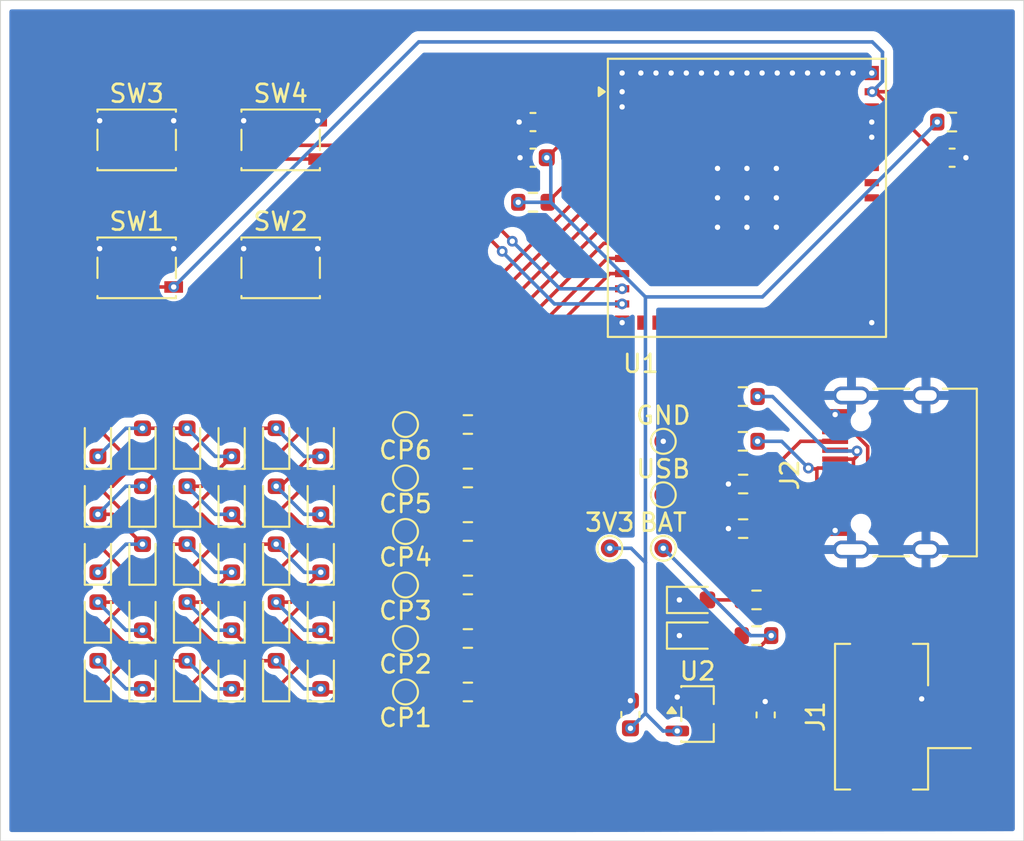
<source format=kicad_pcb>
(kicad_pcb (version 20241229) (generator "pcbnew") (generator_version "9.0")
  (layers (0 "F.Cu" signal) (2 "B.Cu" signal) (13 "F.Paste" user) (15 "B.Paste" user) (5 "F.SilkS" user "F.Silkscreen") (7 "B.SilkS" user "B.Silkscreen") (1 "F.Mask" user) (3 "B.Mask" user) (25 "Edge.Cuts" user))
  (net 0 "")
  (net 1 "Net-(J1-Pin_1)")
  (net 2 "GND")
  (net 3 "Net-(U1-3V3)")
  (net 4 "Net-(U1-EN)")
  (net 5 "/CP3")
  (net 6 "/CP1")
  (net 7 "/CP5")
  (net 8 "/CP6")
  (net 9 "/CP2")
  (net 10 "/CP4")
  (net 11 "Net-(J2-D--PadA7)")
  (net 12 "Net-(J2-D+-PadA6)")
  (net 13 "Net-(J2-VBUS-PadA4)")
  (net 14 "Net-(J2-CC2)")
  (net 15 "Net-(J2-CC1)")
  (net 16 "Net-(U1-IO0)")
  (net 17 "Net-(U1-IO4)")
  (net 18 "Net-(U1-IO5)")
  (net 19 "Net-(U1-IO6)")
  (net 20 "Net-(U1-IO7)")
  (net 21 "Net-(U1-IO9)")
  (net 22 "Net-(U1-IO8)")
  (net 23 "Net-(U1-USB_D-)")
  (net 24 "Net-(U1-USB_D+)")
  (net 25 "Net-(U1-IO10)")
  (net 26 "Net-(U1-IO11)")
  (net 31 "unconnected-(U1-IO15-Pad19)")
  (net 51 "unconnected-(U1-IO16-Pad20)")
  (net 55 "Net-(D31-A)")
  (net 56 "Net-(D32-A)")
  (footprint "Capacitor_SMD:C_0603_1608Metric" (layer "F.Cu") (at 157.9425 117.345 90)
    (property "Reference" "C1" (hide yes))
    (property "Value" "2.2 uF")
  )
  (footprint "Resistor_SMD:R_0603_1608Metric" (layer "F.Cu") (at 157.429265 110.895735 180)
    (property "Reference" "R13" (hide yes))
    (property "Value" "470")
  )
  (footprint "Resistor_SMD:R_0603_1608Metric" (layer "F.Cu") (at 144.8925 88.595 180)
    (property "Reference" "R4" (hide yes))
    (property "Value" "10k")
  )
  (footprint "Button_Switch_SMD:SW_SPST_PTS810" (layer "F.Cu") (at 122.6675 85.095)
    (property "Reference" "SW3")
    (property "Value" "SW_Push")
  )
  (footprint "TestPoint:TestPoint_Pad_D1.0mm" (layer "F.Cu") (at 152.2 102)
    (property "Reference" "GND")
    (property "Value" "TestPoint")
  )
  (footprint "Capacitor_SMD:C_0603_1608Metric" (layer "F.Cu") (at 150.359265 117.320735 90)
    (property "Reference" "C2" (hide yes))
    (property "Value" "2.2 uF")
  )
  (footprint "Button_Switch_SMD:SW_SPST_PTS810" (layer "F.Cu") (at 122.6675 92.27)
    (property "Reference" "SW1")
    (property "Value" "SW_Push")
  )
  (footprint "Resistor_SMD:R_0603_1608Metric" (layer "F.Cu") (at 141.2425 101.0575 180)
    (property "Reference" "R10" (hide yes))
    (property "Value" "470")
  )
  (footprint "LED_SMD:LED_0603_1608Metric" (layer "F.Cu") (at 125.4925 108.5575 90)
    (property "Reference" "D16" (hide yes))
    (property "Value" "LED_Small")
  )
  (footprint "LED_SMD:LED_0603_1608Metric" (layer "F.Cu") (at 125.4925 102.0575 90)
    (property "Reference" "D28" (hide yes))
    (property "Value" "LED_Small")
  )
  (footprint "LED_SMD:LED_0603_1608Metric" (layer "F.Cu") (at 130.4925 102.0575 90)
    (property "Reference" "D26" (hide yes))
    (property "Value" "LED_Small")
  )
  (footprint "LED_SMD:LED_0603_1608Metric" (layer "F.Cu") (at 120.4925 102.0575 90)
    (property "Reference" "D30" (hide yes))
    (property "Value" "LED_Small")
  )
  (footprint "LED_SMD:LED_0603_1608Metric" (layer "F.Cu") (at 132.9925 102.0575 90)
    (property "Reference" "D25" (hide yes))
    (property "Value" "LED_Small")
  )
  (footprint "LED_SMD:LED_0603_1608Metric" (layer "F.Cu") (at 127.9925 111.8075 90)
    (property "Reference" "D9" (hide yes))
    (property "Value" "LED_Small")
  )
  (footprint "LED_SMD:LED_0603_1608Metric" (layer "F.Cu") (at 127.9925 105.3075 90)
    (property "Reference" "D21" (hide yes))
    (property "Value" "LED_Small")
  )
  (footprint "TestPoint:TestPoint_Pad_D1.0mm" (layer "F.Cu") (at 137.7425 107.0575 180)
    (property "Reference" "CP4")
    (property "Value" "TestPoint")
  )
  (footprint "LED_SMD:LED_0603_1608Metric" (layer "F.Cu") (at 153.891765 110.895735)
    (property "Reference" "D31" (hide yes))
    (property "Value" "LED_Small")
  )
  (footprint "TestPoint:TestPoint_Pad_D1.0mm" (layer "F.Cu") (at 137.7425 101.0575 180)
    (property "Reference" "CP6")
    (property "Value" "TestPoint")
  )
  (footprint "LED_SMD:LED_0603_1608Metric" (layer "F.Cu") (at 120.4925 111.8075 90)
    (property "Reference" "D12" (hide yes))
    (property "Value" "LED_Small")
  )
  (footprint "LED_SMD:LED_0603_1608Metric" (layer "F.Cu") (at 120.4925 115.095 90)
    (property "Reference" "D6" (hide yes))
    (property "Value" "LED_Small")
  )
  (footprint "LED_SMD:LED_0603_1608Metric" (layer "F.Cu") (at 127.9925 108.5575 90)
    (property "Reference" "D15" (hide yes))
    (property "Value" "LED_Small")
  )
  (footprint "Capacitor_SMD:C_0603_1608Metric" (layer "F.Cu") (at 144.8925 84.095)
    (property "Reference" "C5" (hide yes))
    (property "Value" "0.1 uF")
  )
  (footprint "LED_SMD:LED_0603_1608Metric" (layer "F.Cu") (at 125.4925 111.8075 90)
    (property "Reference" "D10" (hide yes))
    (property "Value" "LED_Small")
  )
  (footprint "LED_SMD:LED_0603_1608Metric" (layer "F.Cu") (at 125.4925 115.095 90)
    (property "Reference" "D4" (hide yes))
    (property "Value" "LED_Small")
  )
  (footprint "Resistor_SMD:R_0603_1608Metric" (layer "F.Cu") (at 156.665 99.49 180)
    (property "Reference" "R12" (hide yes))
    (property "Value" "22")
  )
  (footprint "Resistor_SMD:R_0603_1608Metric" (layer "F.Cu") (at 141.2425 107.0575 180)
    (property "Reference" "R8" (hide yes))
    (property "Value" "470")
  )
  (footprint "Package_TO_SOT_SMD:SOT-23-3" (layer "F.Cu") (at 154.1225 117.295)
    (property "Reference" "U2")
    (property "Value" "XC6206PxxxMR")
  )
  (footprint "LED_SMD:LED_0603_1608Metric" (layer "F.Cu") (at 120.4925 108.5575 90)
    (property "Reference" "D18" (hide yes))
    (property "Value" "LED_Small")
  )
  (footprint "LED_SMD:LED_0603_1608Metric" (layer "F.Cu") (at 127.9925 115.095 90)
    (property "Reference" "D3" (hide yes))
    (property "Value" "LED_Small")
  )
  (footprint "Resistor_SMD:R_0603_1608Metric" (layer "F.Cu") (at 141.2425 110.0575 180)
    (property "Reference" "R7" (hide yes))
    (property "Value" "470")
  )
  (footprint "LED_SMD:LED_0603_1608Metric" (layer "F.Cu") (at 130.4925 111.8075 90)
    (property "Reference" "D8" (hide yes))
    (property "Value" "LED_Small")
  )
  (footprint "Capacitor_SMD:C_0603_1608Metric" (layer "F.Cu") (at 168.4 86.095)
    (property "Reference" "C3" (hide yes))
    (property "Value" "1 uF")
  )
  (footprint "Resistor_SMD:R_0603_1608Metric" (layer "F.Cu") (at 168.3925 84.095 180)
    (property "Reference" "R3" (hide yes))
    (property "Value" "10k")
  )
  (footprint "LED_SMD:LED_0603_1608Metric" (layer "F.Cu") (at 130.4925 108.5575 90)
    (property "Reference" "D14" (hide yes))
    (property "Value" "LED_Small")
  )
  (footprint "Button_Switch_SMD:SW_SPST_PTS810" (layer "F.Cu") (at 130.7425 92.27)
    (property "Reference" "SW2")
    (property "Value" "SW_Push")
  )
  (footprint "TestPoint:TestPoint_Pad_D1.0mm" (layer "F.Cu") (at 149.2 108)
    (property "Reference" "3V3")
    (property "Value" "TestPoint")
  )
  (footprint "Resistor_SMD:R_0603_1608Metric" (layer "F.Cu") (at 156.665 102 180)
    (property "Reference" "R11" (hide yes))
    (property "Value" "22")
  )
  (footprint "TestPoint:TestPoint_Pad_D1.0mm" (layer "F.Cu") (at 137.7425 113.0575 180)
    (property "Reference" "CP2")
    (property "Value" "TestPoint")
  )
  (footprint "LED_SMD:LED_0603_1608Metric" (layer "F.Cu") (at 122.9925 115.095 90)
    (property "Reference" "D5" (hide yes))
    (property "Value" "LED_Small")
  )
  (footprint "LED_SMD:LED_0603_1608Metric" (layer "F.Cu") (at 120.4925 105.3075 90)
    (property "Reference" "D24" (hide yes))
    (property "Value" "LED_Small")
  )
  (footprint "LED_SMD:LED_0603_1608Metric" (layer "F.Cu") (at 125.4925 105.3075 90)
    (property "Reference" "D22" (hide yes))
    (property "Value" "LED_Small")
  )
  (footprint "Button_Switch_SMD:SW_SPST_PTS810" (layer "F.Cu") (at 130.7425 85.095)
    (property "Reference" "SW4")
    (property "Value" "SW_Push")
  )
  (footprint "Connector_USB:USB_C_Receptacle_HRO_TYPE-C-31-M-12" (layer "F.Cu") (at 165.885 103.75 90)
    (property "Reference" "J2")
    (property "Value" "USB_C_Receptacle_USB2.0_14P")
  )
  (footprint "TestPoint:TestPoint_Pad_D1.0mm" (layer "F.Cu") (at 152.2 105)
    (property "Reference" "USB")
    (property "Value" "TestPoint")
  )
  (footprint "LED_SMD:LED_0603_1608Metric" (layer "F.Cu") (at 130.4925 115.095 90)
    (property "Reference" "D2" (hide yes))
    (property "Value" "LED_Small")
  )
  (footprint "Connector_JST:JST_PH_B2B-PH-SM4-TB_1x02-1MP_P2.00mm_Vertical" (layer "F.Cu") (at 166.1925 117.445 90)
    (property "Reference" "J1")
    (property "Value" "Conn_01x02")
  )
  (footprint "LED_SMD:LED_0603_1608Metric" (layer "F.Cu") (at 122.9925 111.8075 90)
    (property "Reference" "D11" (hide yes))
    (property "Value" "LED_Small")
  )
  (footprint "LED_SMD:LED_0603_1608Metric" (layer "F.Cu") (at 122.9925 102.0575 90)
    (property "Reference" "D29" (hide yes))
    (property "Value" "LED_Small")
  )
  (footprint "Resistor_SMD:R_0603_1608Metric" (layer "F.Cu") (at 141.2425 113.0575 180)
    (property "Reference" "R6" (hide yes))
    (property "Value" "470")
  )
  (footprint "LED_SMD:LED_0603_1608Metric" (layer "F.Cu") (at 130.4925 105.3075 90)
    (property "Reference" "D20" (hide yes))
    (property "Value" "LED_Small")
  )
  (footprint "LED_SMD:LED_0603_1608Metric" (layer "F.Cu") (at 122.9925 108.5575 90)
    (property "Reference" "D17" (hide yes))
    (property "Value" "LED_Small")
  )
  (footprint "RF_Module:ESP32-S2-MINI-1U" (layer "F.Cu") (at 156.8925 88.345)
    (property "Reference" "U1")
    (property "Value" "ESP32-S3-MINI-1U")
  )
  (footprint "TestPoint:TestPoint_Pad_D1.0mm" (layer "F.Cu") (at 137.7425 104.0575 180)
    (property "Reference" "CP5")
    (property "Value" "TestPoint")
  )
  (footprint "Resistor_SMD:R_0603_1608Metric" (layer "F.Cu") (at 156.679265 106.895735 180)
    (property "Reference" "R1" (hide yes))
    (property "Value" "5.1k")
  )
  (footprint "LED_SMD:LED_0603_1608Metric" (layer "F.Cu") (at 153.891765 112.895735)
    (property "Reference" "D32" (hide yes))
    (property "Value" "LED_Small")
  )
  (footprint "TestPoint:TestPoint_Pad_D1.0mm" (layer "F.Cu") (at 152.2 108)
    (property "Reference" "BAT")
    (property "Value" "TestPoint")
  )
  (footprint "TestPoint:TestPoint_Pad_D1.0mm" (layer "F.Cu") (at 137.7425 110.0575 180)
    (property "Reference" "CP3")
    (property "Value" "TestPoint")
  )
  (footprint "LED_SMD:LED_0603_1608Metric" (layer "F.Cu") (at 122.9925 105.3075 90)
    (property "Reference" "D23" (hide yes))
    (property "Value" "LED_Small")
  )
  (footprint "LED_SMD:LED_0603_1608Metric" (layer "F.Cu") (at 132.9925 111.8075 90)
    (property "Reference" "D7" (hide yes))
    (property "Value" "LED_Small")
  )
  (footprint "Resistor_SMD:R_0603_1608Metric" (layer "F.Cu") (at 157.429265 112.895735)
    (property "Reference" "R14" (hide yes))
    (property "Value" "470")
  )
  (footprint "LED_SMD:LED_0603_1608Metric" (layer "F.Cu") (at 127.9925 102.0575 90)
    (property "Reference" "D27" (hide yes))
    (property "Value" "LED_Small")
  )
  (footprint "LED_SMD:LED_0603_1608Metric" (layer "F.Cu") (at 132.9925 105.3075 90)
    (property "Reference" "D19" (hide yes))
    (property "Value" "LED_Small")
  )
  (footprint "LED_SMD:LED_0603_1608Metric" (layer "F.Cu") (at 132.9925 108.5575 90)
    (property "Reference" "D13" (hide yes))
    (property "Value" "LED_Small")
  )
  (footprint "TestPoint:TestPoint_Pad_D1.0mm" (layer "F.Cu") (at 137.7425 116.0575 180)
    (property "Reference" "CP1")
    (property "Value" "TestPoint")
  )
  (footprint "Resistor_SMD:R_0603_1608Metric" (layer "F.Cu") (at 156.679265 104.395735 180)
    (property "Reference" "R2" (hide yes))
    (property "Value" "5.1k")
  )
  (footprint "Capacitor_SMD:C_0603_1608Metric" (layer "F.Cu") (at 144.8925 86.095)
    (property "Reference" "C4" (hide yes))
    (property "Value" "22 uF")
  )
  (footprint "Resistor_SMD:R_0603_1608Metric" (layer "F.Cu") (at 141.2425 116.0575 180)
    (property "Reference" "R5" (hide yes))
    (property "Value" "470")
  )
  (footprint "LED_SMD:LED_0603_1608Metric" (layer "F.Cu") (at 132.9925 115.095 90)
    (property "Reference" "D1" (hide yes))
    (property "Value" "LED_Small")
  )
  (footprint "Resistor_SMD:R_0603_1608Metric" (layer "F.Cu") (at 141.2425 104.0575 180)
    (property "Reference" "R9" (hide yes))
    (property "Value" "470")
  )
  (gr_rect (start 115.026866 77.274683) (end 172.4175 124.415317) (stroke (width 0.05)) (fill no) (layer "Edge.Cuts"))
  (segment (start 157.1665 113.9835) (end 157.1665 117.344) (width 0.2) (layer "F.Cu") (net 1))
  (segment (start 158.254265 112.895735) (end 158.179265 112.895735) (width 0.2) (layer "F.Cu") (net 1))
  (segment (start 157.9425 118.12) (end 166.3675 118.12) (width 0.2) (layer "F.Cu") (net 1))
  (segment (start 155.26 117.295) (end 157.1175 117.295) (width 0.2) (layer "F.Cu") (net 1))
  (segment (start 158.254265 112.895735) (end 157.1665 113.9835) (width 0.2) (layer "F.Cu") (net 1))
  (segment (start 157.1665 117.344) (end 157.9425 118.12) (width 0.2) (layer "F.Cu") (net 1))
  (segment (start 157.1175 117.295) (end 157.9425 118.12) (width 0.2) (layer "F.Cu") (net 1))
  (segment (start 166.3675 118.12) (end 166.6925 118.445) (width 0.2) (layer "F.Cu") (net 1))
  (via (at 158.254265 112.895735) (size 0.6) (drill 0.3) (layers "F.Cu" "B.Cu") (net 1))
  (via (at 152.2 108) (size 0.6) (drill 0.3) (layers "F.Cu" "B.Cu") (net 1))
  (segment (start 158.254265 112.895735) (end 157.095735 112.895735) (width 0.2) (layer "B.Cu") (net 1))
  (segment (start 157.095735 112.895735) (end 152.2 108) (width 0.2) (layer "B.Cu") (net 1))
  (segment (start 150.359265 116.545735) (end 150.4175 116.545735) (width 0.2) (layer "F.Cu") (net 2))
  (segment (start 166.5675 116.57) (end 166.6925 116.445) (width 0.2) (layer "F.Cu") (net 2))
  (via (at 155.2425 89.995) (size 0.6) (drill 0.3) (layers "F.Cu" "B.Cu") (net 2))
  (via (at 156.8925 81.345) (size 0.6) (drill 0.3) (layers "F.Cu" "B.Cu") (net 2))
  (via (at 155.2425 88.345) (size 0.6) (drill 0.3) (layers "F.Cu" "B.Cu") (net 2))
  (via (at 128.6675 84.02) (size 0.6) (drill 0.3) (layers "F.Cu" "B.Cu") (net 2))
  (via (at 166.6925 116.445) (size 0.6) (drill 0.3) (layers "F.Cu" "B.Cu") (net 2))
  (via (at 124.7425 91.195) (size 0.6) (drill 0.3) (layers "F.Cu" "B.Cu") (net 2))
  (via (at 158.5425 86.695) (size 0.6) (drill 0.3) (layers "F.Cu" "B.Cu") (net 2))
  (via (at 153.4925 81.345) (size 0.6) (drill 0.3) (layers "F.Cu" "B.Cu") (net 2))
  (via (at 120.5925 91.195) (size 0.6) (drill 0.3) (layers "F.Cu" "B.Cu") (net 2))
  (via (at 124.7425 84.02) (size 0.6) (drill 0.3) (layers "F.Cu" "B.Cu") (net 2))
  (via (at 157.7425 81.345) (size 0.6) (drill 0.3) (layers "F.Cu" "B.Cu") (net 2))
  (via (at 155.2425 86.695) (size 0.6) (drill 0.3) (layers "F.Cu" "B.Cu") (net 2))
  (via (at 159.4425 81.345) (size 0.6) (drill 0.3) (layers "F.Cu" "B.Cu") (net 2))
  (via (at 158.5925 81.345) (size 0.6) (drill 0.3) (layers "F.Cu" "B.Cu") (net 2))
  (via (at 149.8925 83.245) (size 0.6) (drill 0.3) (layers "F.Cu" "B.Cu") (net 2))
  (via (at 155.1925 81.345) (size 0.6) (drill 0.3) (layers "F.Cu" "B.Cu") (net 2))
  (via (at 161.84 107) (size 0.6) (drill 0.3) (layers "F.Cu" "B.Cu") (net 2))
  (via (at 160.2925 81.345) (size 0.6) (drill 0.3) (layers "F.Cu" "B.Cu") (net 2))
  (via (at 156.8925 88.345) (size 0.6) (drill 0.3) (layers "F.Cu" "B.Cu") (net 2))
  (via (at 150.9425 81.345) (size 0.6) (drill 0.3) (layers "F.Cu" "B.Cu") (net 2))
  (via (at 161.9925 81.345) (size 0.6) (drill 0.3) (layers "F.Cu" "B.Cu") (net 2))
  (via (at 156.0425 81.345) (size 0.6) (drill 0.3) (layers "F.Cu" "B.Cu") (net 2))
  (via (at 163.8925 81.345) (size 0.6) (drill 0.3) (layers "F.Cu" "B.Cu") (net 2))
  (via (at 153.104265 112.895735) (size 0.6) (drill 0.3) (layers "F.Cu" "B.Cu") (net 2))
  (via (at 153.104265 110.895735) (size 0.6) (drill 0.3) (layers "F.Cu" "B.Cu") (net 2))
  (via (at 157.9175 116.595) (size 0.6) (drill 0.3) (layers "F.Cu" "B.Cu") (net 2))
  (via (at 152.2 102) (size 0.6) (drill 0.3) (layers "F.Cu" "B.Cu") (net 2))
  (via (at 156.8925 89.995) (size 0.6) (drill 0.3) (layers "F.Cu" "B.Cu") (net 2))
  (via (at 158.5425 88.345) (size 0.6) (drill 0.3) (layers "F.Cu" "B.Cu") (net 2))
  (via (at 155.854265 106.895735) (size 0.6) (drill 0.3) (layers "F.Cu" "B.Cu") (net 2))
  (via (at 149.8925 81.345) (size 0.6) (drill 0.3) (layers "F.Cu" "B.Cu") (net 2))
  (via (at 156.8925 86.695) (size 0.6) (drill 0.3) (layers "F.Cu" "B.Cu") (net 2))
  (via (at 149.8925 82.395) (size 0.6) (drill 0.3) (layers "F.Cu" "B.Cu") (net 2))
  (via (at 144.1175 84.095) (size 0.6) (drill 0.3) (layers "F.Cu" "B.Cu") (net 2))
  (via (at 132.8175 84.02) (size 0.6) (drill 0.3) (layers "F.Cu" "B.Cu") (net 2))
  (via (at 154.3425 81.345) (size 0.6) (drill 0.3) (layers "F.Cu" "B.Cu") (net 2))
  (via (at 144.1675 86.095) (size 0.6) (drill 0.3) (layers "F.Cu" "B.Cu") (net 2))
  (via (at 158.5425 89.995) (size 0.6) (drill 0.3) (layers "F.Cu" "B.Cu") (net 2))
  (via (at 163.8925 84.095) (size 0.6) (drill 0.3) (layers "F.Cu" "B.Cu") (net 2))
  (via (at 152.6425 81.345) (size 0.6) (drill 0.3) (layers "F.Cu" "B.Cu") (net 2))
  (via (at 149.8925 95.345) (size 0.6) (drill 0.3) (layers "F.Cu" "B.Cu") (net 2))
  (via (at 163.8925 84.945) (size 0.6) (drill 0.3) (layers "F.Cu" "B.Cu") (net 2))
  (via (at 155.854265 104.395735) (size 0.6) (drill 0.3) (layers "F.Cu" "B.Cu") (net 2))
  (via (at 150.359265 116.545735) (size 0.6) (drill 0.3) (layers "F.Cu" "B.Cu") (net 2))
  (via (at 161.84 100.5) (size 0.6) (drill 0.3) (layers "F.Cu" "B.Cu") (net 2))
  (via (at 132.8175 91.195) (size 0.6) (drill 0.3) (layers "F.Cu" "B.Cu") (net 2))
  (via (at 128.6675 91.195) (size 0.6) (drill 0.3) (layers "F.Cu" "B.Cu") (net 2))
  (via (at 161.1425 81.345) (size 0.6) (drill 0.3) (layers "F.Cu" "B.Cu") (net 2))
  (via (at 162.8425 81.345) (size 0.6) (drill 0.3) (layers "F.Cu" "B.Cu") (net 2))
  (via (at 169.175 86.095) (size 0.6) (drill 0.3) (layers "F.Cu" "B.Cu") (net 2))
  (via (at 151.7925 81.345) (size 0.6) (drill 0.3) (layers "F.Cu" "B.Cu") (net 2))
  (via (at 152.985 116.345) (size 0.6) (drill 0.3) (layers "F.Cu" "B.Cu") (net 2))
  (via (at 163.8925 95.345) (size 0.6) (drill 0.3) (layers "F.Cu" "B.Cu") (net 2))
  (via (at 120.5925 84.02) (size 0.6) (drill 0.3) (layers "F.Cu" "B.Cu") (net 2))
  (segment (start 145.6675 84.095) (end 149.8925 84.095) (width 0.2) (layer "F.Cu") (net 3))
  (segment (start 145.6675 86.095) (end 147.6675 84.095) (width 0.2) (layer "F.Cu") (net 3))
  (segment (start 147.6675 84.095) (end 147.695 84.095) (width 0.2) (layer "F.Cu") (net 3))
  (segment (start 167.5675 84.095) (end 167.4175 84.095) (width 0.2) (layer "F.Cu") (net 3))
  (via (at 167.5675 84.095) (size 0.6) (drill 0.3) (layers "F.Cu" "B.Cu") (net 3))
  (via (at 149.2 108) (size 0.6) (drill 0.3) (layers "F.Cu" "B.Cu") (net 3))
  (via (at 152.985 118.245) (size 0.6) (drill 0.3) (layers "F.Cu" "B.Cu") (net 3))
  (via (at 144.0675 88.595) (size 0.6) (drill 0.3) (layers "F.Cu" "B.Cu") (net 3))
  (via (at 150.359265 118.095735) (size 0.6) (drill 0.3) (layers "F.Cu" "B.Cu") (net 3))
  (via (at 145.6675 86.095) (size 0.6) (drill 0.3) (layers "F.Cu" "B.Cu") (net 3))
  (segment (start 157.759943 93.902557) (end 167.5675 84.095) (width 0.2) (layer "B.Cu") (net 3))
  (segment (start 151.2 93.902557) (end 145.892443 88.595) (width 0.2) (layer "B.Cu") (net 3))
  (segment (start 152.985 118.245) (end 152.19 118.245) (width 0.2) (layer "B.Cu") (net 3))
  (segment (start 150.359265 118.095735) (end 151.2 117.255) (width 0.2) (layer "B.Cu") (net 3))
  (segment (start 152.19 118.245) (end 151.2 117.255) (width 0.2) (layer "B.Cu") (net 3))
  (segment (start 149.2 108) (end 150.4 108) (width 0.2) (layer "B.Cu") (net 3))
  (segment (start 145.892443 88.595) (end 145.892443 86.319943) (width 0.2) (layer "B.Cu") (net 3))
  (segment (start 151.2 108.8) (end 151.2 93.902557) (width 0.2) (layer "B.Cu") (net 3))
  (segment (start 145.892443 86.319943) (end 145.6675 86.095) (width 0.2) (layer "B.Cu") (net 3))
  (segment (start 145.892443 88.595) (end 144.0675 88.595) (width 0.2) (layer "B.Cu") (net 3))
  (segment (start 151.2 93.902557) (end 157.759943 93.902557) (width 0.2) (layer "B.Cu") (net 3))
  (segment (start 151.2 117.255) (end 151.2 108.8) (width 0.2) (layer "B.Cu") (net 3))
  (segment (start 150.4 108) (end 151.2 108.8) (width 0.2) (layer "B.Cu") (net 3))
  (segment (start 163.9175 82.395) (end 163.8925 82.395) (width 0.2) (layer "F.Cu") (net 4))
  (segment (start 164.0925 82.395) (end 163.9175 82.395) (width 0.2) (layer "F.Cu") (net 4))
  (segment (start 167.5175 82.395) (end 163.8925 82.395) (width 0.2) (layer "F.Cu") (net 4))
  (segment (start 163.8925 82.395) (end 164.0925 82.395) (width 0.2) (layer "F.Cu") (net 4))
  (segment (start 164.0925 82.395) (end 167.625 85.9275) (width 0.2) (layer "F.Cu") (net 4))
  (segment (start 169.2175 84.095) (end 167.5175 82.395) (width 0.2) (layer "F.Cu") (net 4))
  (segment (start 167.625 85.9275) (end 167.625 86.095) (width 0.2) (layer "F.Cu") (net 4))
  (segment (start 120.5925 93.345) (end 124.7425 93.345) (width 0.2) (layer "F.Cu") (net 4))
  (via (at 163.9175 82.395) (size 0.6) (drill 0.3) (layers "F.Cu" "B.Cu") (net 4))
  (via (at 124.7425 93.345) (size 0.6) (drill 0.3) (layers "F.Cu" "B.Cu") (net 4))
  (segment (start 164.4935 80.171) (end 164.4935 81.819) (width 0.2) (layer "B.Cu") (net 4))
  (segment (start 163.9225 79.6) (end 164.4935 80.171) (width 0.2) (layer "B.Cu") (net 4))
  (segment (start 138.4875 79.6) (end 163.9225 79.6) (width 0.2) (layer "B.Cu") (net 4))
  (segment (start 124.7425 93.345) (end 138.4875 79.6) (width 0.2) (layer "B.Cu") (net 4))
  (segment (start 164.4935 81.819) (end 163.9175 82.395) (width 0.2) (layer "B.Cu") (net 4))
  (segment (start 132.9925 114.3075) (end 132.0675 114.3075) (width 0.2) (layer "F.Cu") (net 5))
  (segment (start 122.9925 109.345) (end 122.0675 109.345) (width 0.2) (layer "F.Cu") (net 5))
  (segment (start 132.9925 111.02) (end 132.0675 111.02) (width 0.2) (layer "F.Cu") (net 5))
  (segment (start 120.4925 111.02) (end 121.3175 111.02) (width 0.2) (layer "F.Cu") (net 5))
  (segment (start 121.3175 111.02) (end 122.9925 109.345) (width 0.2) (layer "F.Cu") (net 5))
  (segment (start 131.28 112.595) (end 132.9925 114.3075) (width 0.2) (layer "F.Cu") (net 5))
  (segment (start 137.7425 110.0575) (end 133.955 110.0575) (width 0.2) (layer "F.Cu") (net 5))
  (segment (start 125.4925 114.3075) (end 124.705 114.3075) (width 0.2) (layer "F.Cu") (net 5))
  (segment (start 122.0675 109.345) (end 120.4925 107.77) (width 0.2) (layer "F.Cu") (net 5))
  (segment (start 124.705 114.3075) (end 122.9925 112.595) (width 0.2) (layer "F.Cu") (net 5))
  (segment (start 132.0675 114.3075) (end 130.4925 115.8825) (width 0.2) (layer "F.Cu") (net 5))
  (segment (start 130.4925 112.595) (end 131.28 112.595) (width 0.2) (layer "F.Cu") (net 5))
  (segment (start 140.4175 110.0575) (end 137.7425 110.0575) (width 0.2) (layer "F.Cu") (net 5))
  (segment (start 127.9925 115.8825) (end 130.4925 115.8825) (width 0.2) (layer "F.Cu") (net 5))
  (segment (start 132.0675 111.02) (end 130.4925 112.595) (width 0.2) (layer "F.Cu") (net 5))
  (segment (start 133.955 110.0575) (end 132.9925 111.02) (width 0.2) (layer "F.Cu") (net 5))
  (via (at 122.9925 112.595) (size 0.6) (drill 0.3) (layers "F.Cu" "B.Cu") (net 5))
  (via (at 125.4925 114.3075) (size 0.6) (drill 0.3) (layers "F.Cu" "B.Cu") (net 5))
  (via (at 120.4925 111.02) (size 0.6) (drill 0.3) (layers "F.Cu" "B.Cu") (net 5))
  (via (at 127.9925 115.8825) (size 0.6) (drill 0.3) (layers "F.Cu" "B.Cu") (net 5))
  (segment (start 122.9925 112.595) (end 122.0675 112.595) (width 0.2) (layer "B.Cu") (net 5))
  (segment (start 122.0675 112.595) (end 120.4925 111.02) (width 0.2) (layer "B.Cu") (net 5))
  (segment (start 127.0675 115.8825) (end 125.4925 114.3075) (width 0.2) (layer "B.Cu") (net 5))
  (segment (start 127.9925 115.8825) (end 127.0675 115.8825) (width 0.2) (layer "B.Cu") (net 5))
  (segment (start 130.4925 114.3075) (end 129.705 114.3075) (width 0.2) (layer "F.Cu") (net 6))
  (segment (start 122.0675 106.095) (end 120.4925 104.52) (width 0.2) (layer "F.Cu") (net 6))
  (segment (start 120.4925 104.52) (end 121.3175 104.52) (width 0.2) (layer "F.Cu") (net 6))
  (segment (start 129.705 114.3075) (end 127.9925 112.595) (width 0.2) (layer "F.Cu") (net 6))
  (segment (start 133.1675 116.0575) (end 132.9925 115.8825) (width 0.2) (layer "F.Cu") (net 6))
  (segment (start 137.7425 116.0575) (end 133.1675 116.0575) (width 0.2) (layer "F.Cu") (net 6))
  (segment (start 122.9925 106.095) (end 122.0675 106.095) (width 0.2) (layer "F.Cu") (net 6))
  (segment (start 122.0675 102.845) (end 120.4925 101.27) (width 0.2) (layer "F.Cu") (net 6))
  (segment (start 140.4175 116.0575) (end 137.7425 116.0575) (width 0.2) (layer "F.Cu") (net 6))
  (segment (start 126.3175 111.02) (end 127.9925 109.345) (width 0.2) (layer "F.Cu") (net 6))
  (segment (start 125.4925 107.77) (end 124.6675 107.77) (width 0.2) (layer "F.Cu") (net 6))
  (segment (start 124.6675 107.77) (end 122.9925 106.095) (width 0.2) (layer "F.Cu") (net 6))
  (segment (start 125.4925 111.02) (end 126.3175 111.02) (width 0.2) (layer "F.Cu") (net 6))
  (segment (start 121.3175 104.52) (end 122.9925 102.845) (width 0.2) (layer "F.Cu") (net 6))
  (segment (start 122.9925 102.845) (end 122.0675 102.845) (width 0.2) (layer "F.Cu") (net 6))
  (via (at 130.4925 114.3075) (size 0.6) (drill 0.3) (layers "F.Cu" "B.Cu") (net 6))
  (via (at 125.4925 107.77) (size 0.6) (drill 0.3) (layers "F.Cu" "B.Cu") (net 6))
  (via (at 127.9925 112.595) (size 0.6) (drill 0.3) (layers "F.Cu" "B.Cu") (net 6))
  (via (at 127.9925 109.345) (size 0.6) (drill 0.3) (layers "F.Cu" "B.Cu") (net 6))
  (via (at 132.9925 115.8825) (size 0.6) (drill 0.3) (layers "F.Cu" "B.Cu") (net 6))
  (via (at 125.4925 111.02) (size 0.6) (drill 0.3) (layers "F.Cu" "B.Cu") (net 6))
  (segment (start 127.9925 109.345) (end 127.0675 109.345) (width 0.2) (layer "B.Cu") (net 6))
  (segment (start 127.0675 112.595) (end 125.4925 111.02) (width 0.2) (layer "B.Cu") (net 6))
  (segment (start 127.9925 112.595) (end 127.0675 112.595) (width 0.2) (layer "B.Cu") (net 6))
  (segment (start 132.0675 115.8825) (end 130.4925 114.3075) (width 0.2) (layer "B.Cu") (net 6))
  (segment (start 132.9925 115.8825) (end 132.0675 115.8825) (width 0.2) (layer "B.Cu") (net 6))
  (segment (start 127.0675 109.345) (end 125.4925 107.77) (width 0.2) (layer "B.Cu") (net 6))
  (segment (start 126.28 112.595) (end 127.9925 114.3075) (width 0.2) (layer "F.Cu") (net 7))
  (segment (start 137.7425 104.0575) (end 133.455 104.0575) (width 0.2) (layer "F.Cu") (net 7))
  (segment (start 130.4925 106.095) (end 131.3175 106.095) (width 0.2) (layer "F.Cu") (net 7))
  (segment (start 132.0675 107.77) (end 130.4925 109.345) (width 0.2) (layer "F.Cu") (net 7))
  (segment (start 132.0675 104.52) (end 130.4925 106.095) (width 0.2) (layer "F.Cu") (net 7))
  (segment (start 130.4925 109.345) (end 129.6675 109.345) (width 0.2) (layer "F.Cu") (net 7))
  (segment (start 129.6675 109.345) (end 127.9925 111.02) (width 0.2) (layer "F.Cu") (net 7))
  (segment (start 127.9925 114.3075) (end 127.0675 114.3075) (width 0.2) (layer "F.Cu") (net 7))
  (segment (start 125.4925 115.8825) (end 122.9925 115.8825) (width 0.2) (layer "F.Cu") (net 7))
  (segment (start 132.9925 107.77) (end 132.0675 107.77) (width 0.2) (layer "F.Cu") (net 7))
  (segment (start 127.9925 111.02) (end 127.0675 111.02) (width 0.2) (layer "F.Cu") (net 7))
  (segment (start 125.4925 112.595) (end 126.28 112.595) (width 0.2) (layer "F.Cu") (net 7))
  (segment (start 127.0675 111.02) (end 125.4925 112.595) (width 0.2) (layer "F.Cu") (net 7))
  (segment (start 133.455 104.0575) (end 132.9925 104.52) (width 0.2) (layer "F.Cu") (net 7))
  (segment (start 140.4175 104.0575) (end 137.7425 104.0575) (width 0.2) (layer "F.Cu") (net 7))
  (segment (start 132.9925 104.52) (end 132.0675 104.52) (width 0.2) (layer "F.Cu") (net 7))
  (segment (start 131.3175 106.095) (end 132.9925 107.77) (width 0.2) (layer "F.Cu") (net 7))
  (segment (start 122.9925 115.8825) (end 122.9925 115.67) (width 0.2) (layer "F.Cu") (net 7))
  (segment (start 127.0675 114.3075) (end 125.4925 115.8825) (width 0.2) (layer "F.Cu") (net 7))
  (via (at 122.9925 115.8825) (size 0.6) (drill 0.3) (layers "F.Cu" "B.Cu") (net 7))
  (via (at 120.4925 114.3075) (size 0.6) (drill 0.3) (layers "F.Cu" "B.Cu") (net 7))
  (segment (start 122.9925 115.8825) (end 122.0675 115.8825) (width 0.2) (layer "B.Cu") (net 7))
  (segment (start 122.0675 115.8825) (end 120.4925 114.3075) (width 0.2) (layer "B.Cu") (net 7))
  (segment (start 127.9925 104.52) (end 127.0675 104.52) (width 0.2) (layer "F.Cu") (net 8))
  (segment (start 122.9925 114.3075) (end 122.0675 114.3075) (width 0.2) (layer "F.Cu") (net 8))
  (segment (start 127.9925 107.77) (end 127.0675 107.77) (width 0.2) (layer "F.Cu") (net 8))
  (segment (start 120.4925 112.595) (end 121.28 112.595) (width 0.2) (layer "F.Cu") (net 8))
  (segment (start 121.28 112.595) (end 122.9925 114.3075) (width 0.2) (layer "F.Cu") (net 8))
  (segment (start 133.205 101.0575) (end 132.9925 101.27) (width 0.2) (layer "F.Cu") (net 8))
  (segment (start 127.0675 104.52) (end 125.4925 106.095) (width 0.2) (layer "F.Cu") (net 8))
  (segment (start 129.6675 102.845) (end 127.9925 104.52) (width 0.2) (layer "F.Cu") (net 8))
  (segment (start 124.6675 109.345) (end 122.9925 111.02) (width 0.2) (layer "F.Cu") (net 8))
  (segment (start 127.0675 107.77) (end 125.4925 109.345) (width 0.2) (layer "F.Cu") (net 8))
  (segment (start 130.4925 102.845) (end 129.6675 102.845) (width 0.2) (layer "F.Cu") (net 8))
  (segment (start 132.9925 101.27) (end 132.0675 101.27) (width 0.2) (layer "F.Cu") (net 8))
  (segment (start 122.0675 111.02) (end 120.4925 112.595) (width 0.2) (layer "F.Cu") (net 8))
  (segment (start 132.0675 101.27) (end 130.4925 102.845) (width 0.2) (layer "F.Cu") (net 8))
  (segment (start 140.4175 101.0575) (end 137.7425 101.0575) (width 0.2) (layer "F.Cu") (net 8))
  (segment (start 126.3175 106.095) (end 127.9925 107.77) (width 0.2) (layer "F.Cu") (net 8))
  (segment (start 137.7425 101.0575) (end 133.205 101.0575) (width 0.2) (layer "F.Cu") (net 8))
  (segment (start 125.4925 106.095) (end 126.3175 106.095) (width 0.2) (layer "F.Cu") (net 8))
  (segment (start 125.4925 109.345) (end 124.6675 109.345) (width 0.2) (layer "F.Cu") (net 8))
  (segment (start 122.9925 111.02) (end 122.0675 111.02) (width 0.2) (layer "F.Cu") (net 8))
  (segment (start 122.0675 114.3075) (end 120.4925 115.8825) (width 0.2) (layer "F.Cu") (net 8))
  (segment (start 125.4925 101.27) (end 122.9925 101.27) (width 0.2) (layer "F.Cu") (net 9))
  (segment (start 130.4925 111.02) (end 131.3175 111.02) (width 0.2) (layer "F.Cu") (net 9))
  (segment (start 140.4175 113.0575) (end 137.7425 113.0575) (width 0.2) (layer "F.Cu") (net 9))
  (segment (start 125.4925 104.52) (end 126.3175 104.52) (width 0.2) (layer "F.Cu") (net 9))
  (segment (start 137.7425 113.0575) (end 133.455 113.0575) (width 0.2) (layer "F.Cu") (net 9))
  (segment (start 131.3175 111.02) (end 132.9925 109.345) (width 0.2) (layer "F.Cu") (net 9))
  (segment (start 130.4925 107.77) (end 129.6675 107.77) (width 0.2) (layer "F.Cu") (net 9))
  (segment (start 133.455 113.0575) (end 132.9925 112.595) (width 0.2) (layer "F.Cu") (net 9))
  (segment (start 126.3175 104.52) (end 127.9925 102.845) (width 0.2) (layer "F.Cu") (net 9))
  (segment (start 129.6675 107.77) (end 127.9925 106.095) (width 0.2) (layer "F.Cu") (net 9))
  (via (at 130.4925 111.02) (size 0.6) (drill 0.3) (layers "F.Cu" "B.Cu") (net 9))
  (via (at 127.9925 102.845) (size 0.6) (drill 0.3) (layers "F.Cu" "B.Cu") (net 9))
  (via (at 125.4925 101.27) (size 0.6) (drill 0.3) (layers "F.Cu" "B.Cu") (net 9))
  (via (at 130.4925 107.77) (size 0.6) (drill 0.3) (layers "F.Cu" "B.Cu") (net 9))
  (via (at 120.4925 102.845) (size 0.6) (drill 0.3) (layers "F.Cu" "B.Cu") (net 9))
  (via (at 122.9925 101.27) (size 0.6) (drill 0.3) (layers "F.Cu" "B.Cu") (net 9))
  (via (at 127.9925 106.095) (size 0.6) (drill 0.3) (layers "F.Cu" "B.Cu") (net 9))
  (via (at 132.9925 109.345) (size 0.6) (drill 0.3) (layers "F.Cu" "B.Cu") (net 9))
  (via (at 125.4925 104.52) (size 0.6) (drill 0.3) (layers "F.Cu" "B.Cu") (net 9))
  (via (at 132.9925 112.595) (size 0.6) (drill 0.3) (layers "F.Cu" "B.Cu") (net 9))
  (segment (start 127.9925 106.095) (end 127.0675 106.095) (width 0.2) (layer "B.Cu") (net 9))
  (segment (start 132.9925 109.345) (end 132.0675 109.345) (width 0.2) (layer "B.Cu") (net 9))
  (segment (start 127.0675 106.095) (end 125.4925 104.52) (width 0.2) (layer "B.Cu") (net 9))
  (segment (start 127.9925 102.845) (end 127.0675 102.845) (width 0.2) (layer "B.Cu") (net 9))
  (segment (start 122.9925 101.27) (end 122.0675 101.27) (width 0.2) (layer "B.Cu") (net 9))
  (segment (start 132.0675 112.595) (end 130.4925 111.02) (width 0.2) (layer "B.Cu") (net 9))
  (segment (start 122.0675 101.27) (end 120.4925 102.845) (width 0.2) (layer "B.Cu") (net 9))
  (segment (start 132.0675 109.345) (end 130.4925 107.77) (width 0.2) (layer "B.Cu") (net 9))
  (segment (start 132.9925 112.595) (end 132.0675 112.595) (width 0.2) (layer "B.Cu") (net 9))
  (segment (start 127.0675 102.845) (end 125.4925 101.27) (width 0.2) (layer "B.Cu") (net 9))
  (segment (start 137.7425 107.0575) (end 133.955 107.0575) (width 0.2) (layer "F.Cu") (net 10))
  (segment (start 125.4925 102.845) (end 124.6675 102.845) (width 0.2) (layer "F.Cu") (net 10))
  (segment (start 130.7425 104.52) (end 132.4175 102.845) (width 0.2) (layer "F.Cu") (net 10))
  (segment (start 121.3175 106.095) (end 122.9925 107.77) (width 0.2) (layer "F.Cu") (net 10))
  (segment (start 127.9925 101.27) (end 127.0675 101.27) (width 0.2) (layer "F.Cu") (net 10))
  (segment (start 132.4175 102.845) (end 132.9925 102.845) (width 0.2) (layer "F.Cu") (net 10))
  (segment (start 130.4925 104.52) (end 130.7425 104.52) (width 0.2) (layer "F.Cu") (net 10))
  (segment (start 140.4175 107.0575) (end 137.7425 107.0575) (width 0.2) (layer "F.Cu") (net 10))
  (segment (start 124.6675 102.845) (end 122.9925 104.52) (width 0.2) (layer "F.Cu") (net 10))
  (segment (start 133.955 107.0575) (end 132.9925 106.095) (width 0.2) (layer "F.Cu") (net 10))
  (segment (start 127.0675 101.27) (end 125.4925 102.845) (width 0.2) (layer "F.Cu") (net 10))
  (segment (start 130.4925 101.27) (end 127.9925 101.27) (width 0.2) (layer "F.Cu") (net 10))
  (segment (start 120.4925 106.095) (end 121.3175 106.095) (width 0.2) (layer "F.Cu") (net 10))
  (via (at 132.9925 106.095) (size 0.6) (drill 0.3) (layers "F.Cu" "B.Cu") (net 10))
  (via (at 122.9925 107.77) (size 0.6) (drill 0.3) (layers "F.Cu" "B.Cu") (net 10))
  (via (at 130.4925 101.27) (size 0.6) (drill 0.3) (layers "F.Cu" "B.Cu") (net 10))
  (via (at 120.4925 109.345) (size 0.6) (drill 0.3) (layers "F.Cu" "B.Cu") (net 10))
  (via (at 122.9925 104.52) (size 0.6) (drill 0.3) (layers "F.Cu" "B.Cu") (net 10))
  (via (at 132.9925 102.845) (size 0.6) (drill 0.3) (layers "F.Cu" "B.Cu") (net 10))
  (via (at 130.4925 104.52) (size 0.6) (drill 0.3) (layers "F.Cu" "B.Cu") (net 10))
  (via (at 120.4925 106.095) (size 0.6) (drill 0.3) (layers "F.Cu" "B.Cu") (net 10))
  (segment (start 122.0675 104.52) (end 120.4925 106.095) (width 0.2) (layer "B.Cu") (net 10))
  (segment (start 132.0675 106.095) (end 130.4925 104.52) (width 0.2) (layer "B.Cu") (net 10))
  (segment (start 132.0675 102.845) (end 130.4925 101.27) (width 0.2) (layer "B.Cu") (net 10))
  (segment (start 132.9925 102.845) (end 132.0675 102.845) (width 0.2) (layer "B.Cu") (net 10))
  (segment (start 132.9925 106.095) (end 132.0675 106.095) (width 0.2) (layer "B.Cu") (net 10))
  (segment (start 122.9925 107.77) (end 122.0675 107.77) (width 0.2) (layer "B.Cu") (net 10))
  (segment (start 122.9925 104.52) (end 122.0675 104.52) (width 0.2) (layer "B.Cu") (net 10))
  (segment (start 122.0675 107.77) (end 120.4925 109.345) (width 0.2) (layer "B.Cu") (net 10))
  (segment (start 160.814 104.451) (end 160.814 103.549) (width 0.2) (layer "F.Cu") (net 11))
  (segment (start 160.389 103.549) (end 160.34 103.5) (width 0.2) (layer "F.Cu") (net 11))
  (segment (start 161.84 104.5) (end 160.863 104.5) (width 0.2) (layer "F.Cu") (net 11))
  (segment (start 160.863 104.5) (end 160.814 104.451) (width 0.2) (layer "F.Cu") (net 11))
  (segment (start 160.814 103.549) (end 160.863 103.5) (width 0.2) (layer "F.Cu") (net 11))
  (segment (start 160.814 103.549) (end 160.389 103.549) (width 0.2) (layer "F.Cu") (net 11))
  (segment (start 160.863 103.5) (end 161.84 103.5) (width 0.2) (layer "F.Cu") (net 11))
  (via (at 160.34 103.5) (size 0.6) (drill 0.3) (layers "F.Cu" "B.Cu") (net 11))
  (via (at 157.49 102) (size 0.6) (drill 0.3) (layers "F.Cu" "B.Cu") (net 11))
  (segment (start 160.34 103.5) (end 158.84 102) (width 0.2) (layer "B.Cu") (net 11))
  (segment (start 158.84 102) (end 157.49 102) (width 0.2) (layer "B.Cu") (net 11))
  (segment (start 163.065002 102.826998) (end 163.065002 102.54316) (width 0.2) (layer "F.Cu") (net 12))
  (segment (start 162.84 103) (end 161.84 103) (width 0.2) (layer "F.Cu") (net 12))
  (segment (start 161.84 104) (end 162.817 104) (width 0.2) (layer "F.Cu") (net 12))
  (segment (start 162.866 103.026) (end 162.84 103) (width 0.2) (layer "F.Cu") (net 12))
  (segment (start 162.866 103.951) (end 162.866 103.026) (width 0.2) (layer "F.Cu") (net 12))
  (segment (start 162.866 103.026) (end 163.065002 102.826998) (width 0.2) (layer "F.Cu") (net 12))
  (segment (start 162.817 104) (end 162.866 103.951) (width 0.2) (layer "F.Cu") (net 12))
  (via (at 163.065002 102.54316) (size 0.6) (drill 0.3) (layers "F.Cu" "B.Cu") (net 12))
  (via (at 157.49 99.49) (size 0.6) (drill 0.3) (layers "F.Cu" "B.Cu") (net 12))
  (segment (start 161.38316 102.54316) (end 158.33 99.49) (width 0.2) (layer "B.Cu") (net 12))
  (segment (start 158.33 99.49) (end 157.49 99.49) (width 0.2) (layer "B.Cu") (net 12))
  (segment (start 163.065002 102.54316) (end 161.38316 102.54316) (width 0.2) (layer "B.Cu") (net 12))
  (segment (start 162.671785 101.3) (end 161.84 101.3) (width 0.2) (layer "F.Cu") (net 13))
  (segment (start 158.315 108.8) (end 156 108.8) (width 0.2) (layer "F.Cu") (net 13))
  (segment (start 162.765 106.2) (end 163.666002 105.298998) (width 0.2) (layer "F.Cu") (net 13))
  (segment (start 156 108.8) (end 152.2 105) (width 0.2) (layer "F.Cu") (net 13))
  (segment (start 163.666002 105.298998) (end 163.666002 102.294217) (width 0.2) (layer "F.Cu") (net 13))
  (segment (start 163.666002 102.294217) (end 162.671785 101.3) (width 0.2) (layer "F.Cu") (net 13))
  (segment (start 158.3575 108.7575) (end 160.915 106.2) (width 0.2) (layer "F.Cu") (net 13))
  (segment (start 158.254265 110.895735) (end 158.254265 108.860735) (width 0.2) (layer "F.Cu") (net 13))
  (segment (start 160.915 106.2) (end 161.84 106.2) (width 0.2) (layer "F.Cu") (net 13))
  (segment (start 161.84 106.2) (end 162.765 106.2) (width 0.2) (layer "F.Cu") (net 13))
  (segment (start 158.254265 108.860735) (end 158.3575 108.7575) (width 0.2) (layer "F.Cu") (net 13))
  (segment (start 158.3575 108.7575) (end 158.315 108.8) (width 0.2) (layer "F.Cu") (net 13))
  (segment (start 157.504265 104.395735) (end 159.9 102) (width 0.2) (layer "F.Cu") (net 14))
  (segment (start 159.9 102) (end 161.84 102) (width 0.2) (layer "F.Cu") (net 14))
  (segment (start 159.4 105) (end 161.84 105) (width 0.2) (layer "F.Cu") (net 15))
  (segment (start 157.504265 106.895735) (end 159.4 105) (width 0.2) (layer "F.Cu") (net 15))
  (segment (start 148.4175 87.345) (end 148.4175 85.895) (width 0.2) (layer "F.Cu") (net 16))
  (segment (start 145.7175 88.595) (end 148.6675 85.645) (width 0.2) (layer "F.Cu") (net 16))
  (segment (start 148.6675 85.645) (end 149.3675 84.945) (width 0.2) (layer "F.Cu") (net 16))
  (segment (start 142.4175 93.345) (end 148.4175 87.345) (width 0.2) (layer "F.Cu") (net 16))
  (segment (start 149.3675 84.945) (end 149.8925 84.945) (width 0.2) (layer "F.Cu") (net 16))
  (segment (start 132.8175 93.345) (end 142.4175 93.345) (width 0.2) (layer "F.Cu") (net 16))
  (segment (start 148.4175 85.895) (end 148.6675 85.645) (width 0.2) (layer "F.Cu") (net 16))
  (segment (start 128.6675 93.345) (end 132.8175 93.345) (width 0.2) (layer "F.Cu") (net 16))
  (segment (start 149.8925 88.345) (end 148.4175 88.345) (width 0.2) (layer "F.Cu") (net 17))
  (segment (start 142.1675 100.9575) (end 142.0675 101.0575) (width 0.2) (layer "F.Cu") (net 17))
  (segment (start 148.4175 88.345) (end 142.1675 94.595) (width 0.2) (layer "F.Cu") (net 17))
  (segment (start 142.1675 94.595) (end 142.1675 100.9575) (width 0.2) (layer "F.Cu") (net 17))
  (segment (start 148.5675 89.195) (end 142.9175 94.845) (width 0.2) (layer "F.Cu") (net 18))
  (segment (start 142.9175 103.2075) (end 142.0675 104.0575) (width 0.2) (layer "F.Cu") (net 18))
  (segment (start 142.9175 94.845) (end 142.9175 103.2075) (width 0.2) (layer "F.Cu") (net 18))
  (segment (start 149.8925 89.195) (end 148.5675 89.195) (width 0.2) (layer "F.Cu") (net 18))
  (segment (start 143.6675 95.095) (end 143.6675 105.845) (width 0.2) (layer "F.Cu") (net 19))
  (segment (start 149.8925 90.045) (end 148.7175 90.045) (width 0.2) (layer "F.Cu") (net 19))
  (segment (start 143.6675 105.845) (end 142.455 107.0575) (width 0.2) (layer "F.Cu") (net 19))
  (segment (start 142.455 107.0575) (end 142.0675 107.0575) (width 0.2) (layer "F.Cu") (net 19))
  (segment (start 148.7175 90.045) (end 143.6675 95.095) (width 0.2) (layer "F.Cu") (net 19))
  (segment (start 149.8925 90.895) (end 148.8675 90.895) (width 0.2) (layer "F.Cu") (net 20))
  (segment (start 144.4175 95.345) (end 144.4175 107.7075) (width 0.2) (layer "F.Cu") (net 20))
  (segment (start 148.8675 90.895) (end 144.4175 95.345) (width 0.2) (layer "F.Cu") (net 20))
  (segment (start 144.4175 107.7075) (end 142.0675 110.0575) (width 0.2) (layer "F.Cu") (net 20))
  (segment (start 149.205 92.595) (end 149.8925 92.595) (width 0.2) (layer "F.Cu") (net 21))
  (segment (start 146 95.8) (end 149.205 92.595) (width 0.2) (layer "F.Cu") (net 21))
  (segment (start 146 112.2) (end 146 95.8) (width 0.2) (layer "F.Cu") (net 21))
  (segment (start 142.0675 116.0575) (end 142.1425 116.0575) (width 0.2) (layer "F.Cu") (net 21))
  (segment (start 142.1425 116.0575) (end 146 112.2) (width 0.2) (layer "F.Cu") (net 21))
  (segment (start 149.055 91.745) (end 145.2 95.6) (width 0.2) (layer "F.Cu") (net 22))
  (segment (start 142.0675 113.0575) (end 145.2 109.925) (width 0.2) (layer "F.Cu") (net 22))
  (segment (start 149.8925 91.745) (end 149.055 91.745) (width 0.2) (layer "F.Cu") (net 22))
  (segment (start 145.2 95.6) (end 145.2 109.925) (width 0.2) (layer "F.Cu") (net 22))
  (segment (start 157 95.4525) (end 156.8925 95.345) (width 0.2) (layer "F.Cu") (net 23))
  (segment (start 155.825 102) (end 155.755 102.07) (width 0.2) (layer "F.Cu") (net 23))
  (segment (start 157 97.0125) (end 157 95.4525) (width 0.2) (layer "F.Cu") (net 23))
  (segment (start 155.84 102) (end 155.825 102) (width 0.2) (layer "F.Cu") (net 23))
  (segment (start 154.9175 99.095) (end 157 97.0125) (width 0.2) (layer "F.Cu") (net 23))
  (segment (start 155.84 102) (end 154.9175 101.0775) (width 0.2) (layer "F.Cu") (net 23))
  (segment (start 154.9175 101.0775) (end 154.9175 99.095) (width 0.2) (layer "F.Cu") (net 23))
  (segment (start 155.835 99.49) (end 155.755 99.57) (width 0.2) (layer "F.Cu") (net 24))
  (segment (start 155.84 99.1725) (end 157.6 97.4125) (width 0.2) (layer "F.Cu") (net 24))
  (segment (start 157.6 97.4125) (end 157.6 95.4875) (width 0.2) (layer "F.Cu") (net 24))
  (segment (start 157.6 95.4875) (end 157.7425 95.345) (width 0.2) (layer "F.Cu") (net 24))
  (segment (start 155.84 99.49) (end 155.835 99.49) (width 0.2) (layer "F.Cu") (net 24))
  (segment (start 155.84 99.49) (end 155.84 99.1725) (width 0.2) (layer "F.Cu") (net 24))
  (segment (start 120.5925 86.17) (end 124.7425 86.17) (width 0.2) (layer "F.Cu") (net 25))
  (segment (start 124.7425 86.17) (end 125.5125 85.4) (width 0.2) (layer "F.Cu") (net 25))
  (segment (start 125.5125 85.4) (end 138.353874 85.4) (width 0.2) (layer "F.Cu") (net 25))
  (segment (start 138.353874 85.4) (end 143.733187 90.779313) (width 0.2) (layer "F.Cu") (net 25))
  (via (at 149.8925 93.445) (size 0.6) (drill 0.3) (layers "F.Cu" "B.Cu") (net 25))
  (via (at 143.733187 90.779313) (size 0.6) (drill 0.3) (layers "F.Cu" "B.Cu") (net 25))
  (segment (start 146.398874 93.445) (end 149.8925 93.445) (width 0.2) (layer "B.Cu") (net 25))
  (segment (start 143.733187 90.779313) (end 146.398874 93.445) (width 0.2) (layer "B.Cu") (net 25))
  (segment (start 137.9925 86.17) (end 143.1675 91.345) (width 0.2) (layer "F.Cu") (net 26))
  (segment (start 128.6675 86.17) (end 132.8175 86.17) (width 0.2) (layer "F.Cu") (net 26))
  (segment (start 132.8175 86.17) (end 137.9925 86.17) (width 0.2) (layer "F.Cu") (net 26))
  (via (at 143.1675 91.345) (size 0.6) (drill 0.3) (layers "F.Cu" "B.Cu") (net 26))
  (via (at 149.8925 94.295) (size 0.6) (drill 0.3) (layers "F.Cu" "B.Cu") (net 26))
  (segment (start 143.1675 91.3675) (end 146.095 94.295) (width 0.2) (layer "B.Cu") (net 26))
  (segment (start 146.095 94.295) (end 149.8925 94.295) (width 0.2) (layer "B.Cu") (net 26))
  (segment (start 143.1675 91.345) (end 143.1675 91.3675) (width 0.2) (layer "B.Cu") (net 26))
  (segment (start 153.4925 95.545) (end 153.4925 95.345) (width 0.2) (layer "F.Cu") (net 31))
  (segment (start 154.3425 95.545) (end 154.3425 95.345) (width 0.2) (layer "F.Cu") (net 51))
  (segment (start 156.604265 110.895735) (end 154.679265 110.895735) (width 0.2) (layer "F.Cu") (net 55))
  (segment (start 156.604265 112.895735) (end 154.679265 112.895735) (width 0.2) (layer "F.Cu") (net 56))
  (zone (net 2) (net_name "GND") (layer "B.Cu") (connect_pads (clearance 0.5)) (min_thickness 0.25) (fill yes (thermal_gap 0.5) (thermal_bridge_width 0.5))
    (polygon (pts (xy 115.4175 77.726057) (xy 171.9175 77.726057) (xy 171.9175 123.86595) (xy 115.4175 123.976057)))
  )
)
</source>
